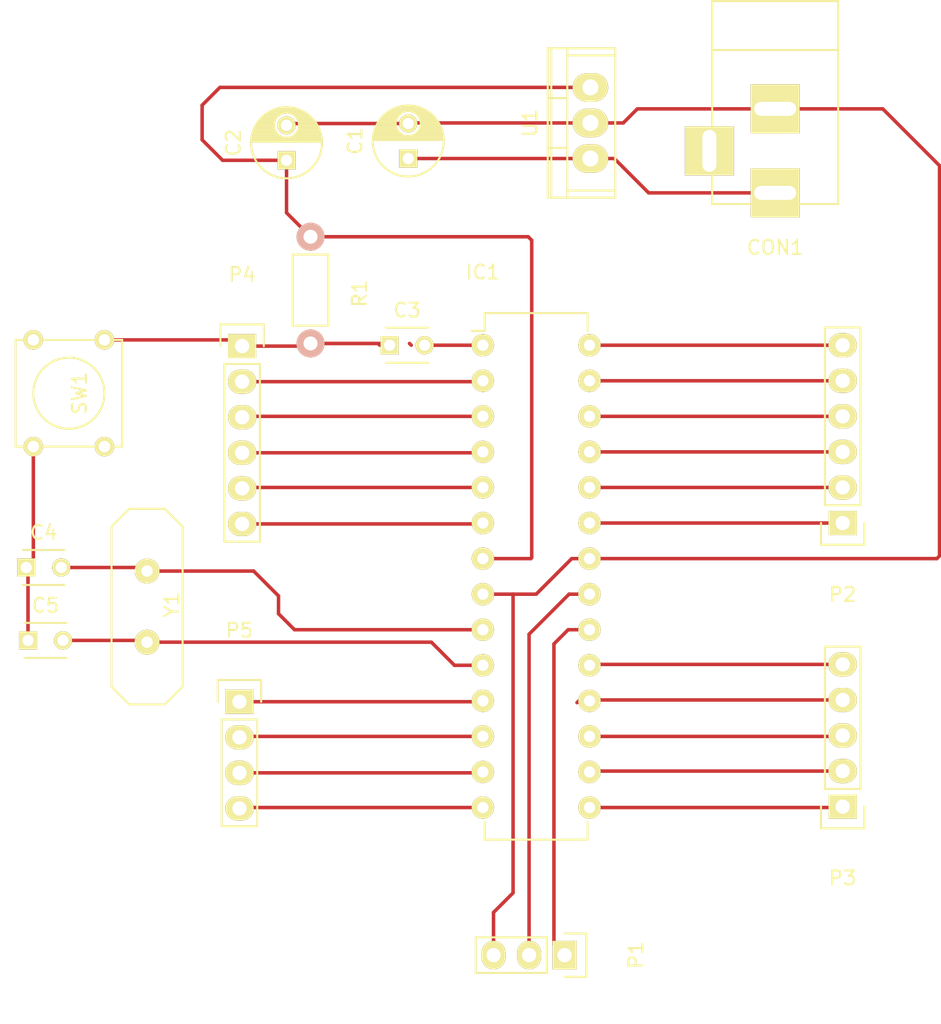
<source format=kicad_pcb>
(kicad_pcb (version 4) (host pcbnew 4.0.2-stable)

  (general
    (links 43)
    (no_connects 2)
    (area 146.311 87.537879 213.939002 161.064333)
    (thickness 1.6)
    (drawings 0)
    (tracks 117)
    (zones 0)
    (modules 16)
    (nets 31)
  )

  (page A4)
  (layers
    (0 F.Cu signal)
    (31 B.Cu signal)
    (32 B.Adhes user)
    (33 F.Adhes user)
    (34 B.Paste user)
    (35 F.Paste user)
    (36 B.SilkS user)
    (37 F.SilkS user)
    (38 B.Mask user)
    (39 F.Mask user)
    (40 Dwgs.User user)
    (41 Cmts.User user)
    (42 Eco1.User user)
    (43 Eco2.User user)
    (44 Edge.Cuts user)
    (45 Margin user)
    (46 B.CrtYd user)
    (47 F.CrtYd user)
    (48 B.Fab user)
    (49 F.Fab user)
  )

  (setup
    (last_trace_width 0.25)
    (trace_clearance 0.2)
    (zone_clearance 0.508)
    (zone_45_only no)
    (trace_min 0.2)
    (segment_width 0.2)
    (edge_width 0.15)
    (via_size 0.6)
    (via_drill 0.4)
    (via_min_size 0.4)
    (via_min_drill 0.3)
    (uvia_size 0.3)
    (uvia_drill 0.1)
    (uvias_allowed no)
    (uvia_min_size 0.2)
    (uvia_min_drill 0.1)
    (pcb_text_width 0.3)
    (pcb_text_size 1.5 1.5)
    (mod_edge_width 0.15)
    (mod_text_size 1 1)
    (mod_text_width 0.15)
    (pad_size 2.49936 1.50114)
    (pad_drill 1.00076)
    (pad_to_mask_clearance 0.2)
    (aux_axis_origin 0 0)
    (visible_elements 7FFFFFFF)
    (pcbplotparams
      (layerselection 0x00030_80000001)
      (usegerberextensions false)
      (excludeedgelayer true)
      (linewidth 0.100000)
      (plotframeref false)
      (viasonmask false)
      (mode 1)
      (useauxorigin false)
      (hpglpennumber 1)
      (hpglpenspeed 20)
      (hpglpendiameter 15)
      (hpglpenoverlay 2)
      (psnegative false)
      (psa4output false)
      (plotreference true)
      (plotvalue true)
      (plotinvisibletext false)
      (padsonsilk false)
      (subtractmaskfromsilk false)
      (outputformat 1)
      (mirror false)
      (drillshape 1)
      (scaleselection 1)
      (outputdirectory ""))
  )

  (net 0 "")
  (net 1 /DTR)
  (net 2 "Net-(C1-Pad2)")
  (net 3 /X1)
  (net 4 /X2)
  (net 5 "Net-(IC1-Pad2)")
  (net 6 "Net-(IC1-Pad3)")
  (net 7 "Net-(IC1-Pad4)")
  (net 8 "Net-(IC1-Pad5)")
  (net 9 "Net-(IC1-Pad6)")
  (net 10 "Net-(IC1-Pad20)")
  (net 11 "Net-(IC1-Pad11)")
  (net 12 "Net-(IC1-Pad12)")
  (net 13 "Net-(IC1-Pad13)")
  (net 14 "Net-(IC1-Pad14)")
  (net 15 "Net-(IC1-Pad15)")
  (net 16 "Net-(IC1-Pad16)")
  (net 17 "Net-(IC1-Pad17)")
  (net 18 "Net-(IC1-Pad18)")
  (net 19 "Net-(IC1-Pad19)")
  (net 20 "Net-(IC1-Pad23)")
  (net 21 "Net-(IC1-Pad24)")
  (net 22 "Net-(IC1-Pad25)")
  (net 23 "Net-(IC1-Pad26)")
  (net 24 "Net-(IC1-Pad27)")
  (net 25 "Net-(IC1-Pad28)")
  (net 26 /GND)
  (net 27 "Net-(IC1-Pad21)")
  (net 28 "Net-(C1-Pad1)")
  (net 29 "Net-(C3-Pad2)")
  (net 30 /VCC)

  (net_class Default "Esta é a classe de net default."
    (clearance 0.2)
    (trace_width 0.25)
    (via_dia 0.6)
    (via_drill 0.4)
    (uvia_dia 0.3)
    (uvia_drill 0.1)
    (add_net /DTR)
    (add_net /GND)
    (add_net /VCC)
    (add_net /X1)
    (add_net /X2)
    (add_net "Net-(C1-Pad1)")
    (add_net "Net-(C1-Pad2)")
    (add_net "Net-(C3-Pad2)")
    (add_net "Net-(IC1-Pad11)")
    (add_net "Net-(IC1-Pad12)")
    (add_net "Net-(IC1-Pad13)")
    (add_net "Net-(IC1-Pad14)")
    (add_net "Net-(IC1-Pad15)")
    (add_net "Net-(IC1-Pad16)")
    (add_net "Net-(IC1-Pad17)")
    (add_net "Net-(IC1-Pad18)")
    (add_net "Net-(IC1-Pad19)")
    (add_net "Net-(IC1-Pad2)")
    (add_net "Net-(IC1-Pad20)")
    (add_net "Net-(IC1-Pad21)")
    (add_net "Net-(IC1-Pad23)")
    (add_net "Net-(IC1-Pad24)")
    (add_net "Net-(IC1-Pad25)")
    (add_net "Net-(IC1-Pad26)")
    (add_net "Net-(IC1-Pad27)")
    (add_net "Net-(IC1-Pad28)")
    (add_net "Net-(IC1-Pad3)")
    (add_net "Net-(IC1-Pad4)")
    (add_net "Net-(IC1-Pad5)")
    (add_net "Net-(IC1-Pad6)")
  )

  (module Housings_DIP:DIP-28_W7.62mm (layer F.Cu) (tedit 54130A77) (tstamp 5712E29E)
    (at 180.975 112.395)
    (descr "28-lead dip package, row spacing 7.62 mm (300 mils)")
    (tags "dil dip 2.54 300")
    (path /5712C609)
    (fp_text reference IC1 (at 0 -5.22) (layer F.SilkS)
      (effects (font (size 1 1) (thickness 0.15)))
    )
    (fp_text value ATMEGA328P-P (at 0 -3.72) (layer F.Fab)
      (effects (font (size 1 1) (thickness 0.15)))
    )
    (fp_line (start -1.05 -2.45) (end -1.05 35.5) (layer F.CrtYd) (width 0.05))
    (fp_line (start 8.65 -2.45) (end 8.65 35.5) (layer F.CrtYd) (width 0.05))
    (fp_line (start -1.05 -2.45) (end 8.65 -2.45) (layer F.CrtYd) (width 0.05))
    (fp_line (start -1.05 35.5) (end 8.65 35.5) (layer F.CrtYd) (width 0.05))
    (fp_line (start 0.135 -2.295) (end 0.135 -1.025) (layer F.SilkS) (width 0.15))
    (fp_line (start 7.485 -2.295) (end 7.485 -1.025) (layer F.SilkS) (width 0.15))
    (fp_line (start 7.485 35.315) (end 7.485 34.045) (layer F.SilkS) (width 0.15))
    (fp_line (start 0.135 35.315) (end 0.135 34.045) (layer F.SilkS) (width 0.15))
    (fp_line (start 0.135 -2.295) (end 7.485 -2.295) (layer F.SilkS) (width 0.15))
    (fp_line (start 0.135 35.315) (end 7.485 35.315) (layer F.SilkS) (width 0.15))
    (fp_line (start 0.135 -1.025) (end -0.8 -1.025) (layer F.SilkS) (width 0.15))
    (pad 1 thru_hole oval (at 0 0) (size 1.6 1.6) (drill 0.8) (layers *.Cu *.Mask F.SilkS)
      (net 29 "Net-(C3-Pad2)"))
    (pad 2 thru_hole oval (at 0 2.54) (size 1.6 1.6) (drill 0.8) (layers *.Cu *.Mask F.SilkS)
      (net 5 "Net-(IC1-Pad2)"))
    (pad 3 thru_hole oval (at 0 5.08) (size 1.6 1.6) (drill 0.8) (layers *.Cu *.Mask F.SilkS)
      (net 6 "Net-(IC1-Pad3)"))
    (pad 4 thru_hole oval (at 0 7.62) (size 1.6 1.6) (drill 0.8) (layers *.Cu *.Mask F.SilkS)
      (net 7 "Net-(IC1-Pad4)"))
    (pad 5 thru_hole oval (at 0 10.16) (size 1.6 1.6) (drill 0.8) (layers *.Cu *.Mask F.SilkS)
      (net 8 "Net-(IC1-Pad5)"))
    (pad 6 thru_hole oval (at 0 12.7) (size 1.6 1.6) (drill 0.8) (layers *.Cu *.Mask F.SilkS)
      (net 9 "Net-(IC1-Pad6)"))
    (pad 7 thru_hole oval (at 0 15.24) (size 1.6 1.6) (drill 0.8) (layers *.Cu *.Mask F.SilkS)
      (net 30 /VCC))
    (pad 8 thru_hole oval (at 0 17.78) (size 1.6 1.6) (drill 0.8) (layers *.Cu *.Mask F.SilkS)
      (net 2 "Net-(C1-Pad2)"))
    (pad 9 thru_hole oval (at 0 20.32) (size 1.6 1.6) (drill 0.8) (layers *.Cu *.Mask F.SilkS)
      (net 3 /X1))
    (pad 10 thru_hole oval (at 0 22.86) (size 1.6 1.6) (drill 0.8) (layers *.Cu *.Mask F.SilkS)
      (net 4 /X2))
    (pad 11 thru_hole oval (at 0 25.4) (size 1.6 1.6) (drill 0.8) (layers *.Cu *.Mask F.SilkS)
      (net 11 "Net-(IC1-Pad11)"))
    (pad 12 thru_hole oval (at 0 27.94) (size 1.6 1.6) (drill 0.8) (layers *.Cu *.Mask F.SilkS)
      (net 12 "Net-(IC1-Pad12)"))
    (pad 13 thru_hole oval (at 0 30.48) (size 1.6 1.6) (drill 0.8) (layers *.Cu *.Mask F.SilkS)
      (net 13 "Net-(IC1-Pad13)"))
    (pad 14 thru_hole oval (at 0 33.02) (size 1.6 1.6) (drill 0.8) (layers *.Cu *.Mask F.SilkS)
      (net 14 "Net-(IC1-Pad14)"))
    (pad 15 thru_hole oval (at 7.62 33.02) (size 1.6 1.6) (drill 0.8) (layers *.Cu *.Mask F.SilkS)
      (net 15 "Net-(IC1-Pad15)"))
    (pad 16 thru_hole oval (at 7.62 30.48) (size 1.6 1.6) (drill 0.8) (layers *.Cu *.Mask F.SilkS)
      (net 16 "Net-(IC1-Pad16)"))
    (pad 17 thru_hole oval (at 7.62 27.94) (size 1.6 1.6) (drill 0.8) (layers *.Cu *.Mask F.SilkS)
      (net 17 "Net-(IC1-Pad17)"))
    (pad 18 thru_hole oval (at 7.62 25.4) (size 1.6 1.6) (drill 0.8) (layers *.Cu *.Mask F.SilkS)
      (net 18 "Net-(IC1-Pad18)"))
    (pad 19 thru_hole oval (at 7.62 22.86) (size 1.6 1.6) (drill 0.8) (layers *.Cu *.Mask F.SilkS)
      (net 19 "Net-(IC1-Pad19)"))
    (pad 20 thru_hole oval (at 7.62 20.32) (size 1.6 1.6) (drill 0.8) (layers *.Cu *.Mask F.SilkS)
      (net 10 "Net-(IC1-Pad20)"))
    (pad 21 thru_hole oval (at 7.62 17.78) (size 1.6 1.6) (drill 0.8) (layers *.Cu *.Mask F.SilkS)
      (net 27 "Net-(IC1-Pad21)"))
    (pad 22 thru_hole oval (at 7.62 15.24) (size 1.6 1.6) (drill 0.8) (layers *.Cu *.Mask F.SilkS)
      (net 2 "Net-(C1-Pad2)"))
    (pad 23 thru_hole oval (at 7.62 12.7) (size 1.6 1.6) (drill 0.8) (layers *.Cu *.Mask F.SilkS)
      (net 20 "Net-(IC1-Pad23)"))
    (pad 24 thru_hole oval (at 7.62 10.16) (size 1.6 1.6) (drill 0.8) (layers *.Cu *.Mask F.SilkS)
      (net 21 "Net-(IC1-Pad24)"))
    (pad 25 thru_hole oval (at 7.62 7.62) (size 1.6 1.6) (drill 0.8) (layers *.Cu *.Mask F.SilkS)
      (net 22 "Net-(IC1-Pad25)"))
    (pad 26 thru_hole oval (at 7.62 5.08) (size 1.6 1.6) (drill 0.8) (layers *.Cu *.Mask F.SilkS)
      (net 23 "Net-(IC1-Pad26)"))
    (pad 27 thru_hole oval (at 7.62 2.54) (size 1.6 1.6) (drill 0.8) (layers *.Cu *.Mask F.SilkS)
      (net 24 "Net-(IC1-Pad27)"))
    (pad 28 thru_hole oval (at 7.62 0) (size 1.6 1.6) (drill 0.8) (layers *.Cu *.Mask F.SilkS)
      (net 25 "Net-(IC1-Pad28)"))
    (model Housings_DIP.3dshapes/DIP-28_W7.62mm.wrl
      (at (xyz 0 0 0))
      (scale (xyz 1 1 1))
      (rotate (xyz 0 0 0))
    )
  )

  (module Capacitors_ThroughHole:C_Disc_D3_P2.5 (layer F.Cu) (tedit 0) (tstamp 5712E26B)
    (at 174.3075 112.395)
    (descr "Capacitor 3mm Disc, Pitch 2.5mm")
    (tags Capacitor)
    (path /57131E1E)
    (fp_text reference C3 (at 1.25 -2.5) (layer F.SilkS)
      (effects (font (size 1 1) (thickness 0.15)))
    )
    (fp_text value C_Small (at 1.25 2.5) (layer F.Fab)
      (effects (font (size 1 1) (thickness 0.15)))
    )
    (fp_line (start -0.9 -1.5) (end 3.4 -1.5) (layer F.CrtYd) (width 0.05))
    (fp_line (start 3.4 -1.5) (end 3.4 1.5) (layer F.CrtYd) (width 0.05))
    (fp_line (start 3.4 1.5) (end -0.9 1.5) (layer F.CrtYd) (width 0.05))
    (fp_line (start -0.9 1.5) (end -0.9 -1.5) (layer F.CrtYd) (width 0.05))
    (fp_line (start -0.25 -1.25) (end 2.75 -1.25) (layer F.SilkS) (width 0.15))
    (fp_line (start 2.75 1.25) (end -0.25 1.25) (layer F.SilkS) (width 0.15))
    (pad 1 thru_hole rect (at 0 0) (size 1.3 1.3) (drill 0.8) (layers *.Cu *.Mask F.SilkS)
      (net 1 /DTR))
    (pad 2 thru_hole circle (at 2.5 0) (size 1.3 1.3) (drill 0.8001) (layers *.Cu *.Mask F.SilkS)
      (net 29 "Net-(C3-Pad2)"))
    (model Capacitors_ThroughHole.3dshapes/C_Disc_D3_P2.5.wrl
      (at (xyz 0.0492126 0 0))
      (scale (xyz 1 1 1))
      (rotate (xyz 0 0 0))
    )
  )

  (module Connect:BARREL_JACK (layer F.Cu) (tedit 0) (tstamp 5712E27E)
    (at 201.8665 95.3135 270)
    (descr "DC Barrel Jack")
    (tags "Power Jack")
    (path /5712DEDA)
    (fp_text reference CON1 (at 10.09904 0 360) (layer F.SilkS)
      (effects (font (size 1 1) (thickness 0.15)))
    )
    (fp_text value BARREL_JACK (at 0 -5.99948 270) (layer F.Fab)
      (effects (font (size 1 1) (thickness 0.15)))
    )
    (fp_line (start -4.0005 -4.50088) (end -4.0005 4.50088) (layer F.SilkS) (width 0.15))
    (fp_line (start -7.50062 -4.50088) (end -7.50062 4.50088) (layer F.SilkS) (width 0.15))
    (fp_line (start -7.50062 4.50088) (end 7.00024 4.50088) (layer F.SilkS) (width 0.15))
    (fp_line (start 7.00024 4.50088) (end 7.00024 -4.50088) (layer F.SilkS) (width 0.15))
    (fp_line (start 7.00024 -4.50088) (end -7.50062 -4.50088) (layer F.SilkS) (width 0.15))
    (pad 1 thru_hole rect (at 6.20014 0 270) (size 3.50012 3.50012) (drill oval 1.00076 2.99974) (layers *.Cu *.Mask F.SilkS)
      (net 28 "Net-(C1-Pad1)"))
    (pad 2 thru_hole rect (at 0.20066 0 270) (size 3.50012 3.50012) (drill oval 1.00076 2.99974) (layers *.Cu *.Mask F.SilkS)
      (net 2 "Net-(C1-Pad2)"))
    (pad 3 thru_hole rect (at 3.2004 4.699 270) (size 3.50012 3.50012) (drill oval 2.99974 1.00076) (layers *.Cu *.Mask F.SilkS))
  )

  (module Resistors_ThroughHole:Resistor_Horizontal_RM7mm (layer F.Cu) (tedit 569FCF07) (tstamp 5712E2A4)
    (at 168.656 104.648 270)
    (descr "Resistor, Axial,  RM 7.62mm, 1/3W,")
    (tags "Resistor Axial RM 7.62mm 1/3W R3")
    (path /5712F015)
    (fp_text reference R1 (at 4.05892 -3.50012 270) (layer F.SilkS)
      (effects (font (size 1 1) (thickness 0.15)))
    )
    (fp_text value R (at 3.81 3.81 270) (layer F.Fab)
      (effects (font (size 1 1) (thickness 0.15)))
    )
    (fp_line (start -1.25 -1.5) (end 8.85 -1.5) (layer F.CrtYd) (width 0.05))
    (fp_line (start -1.25 1.5) (end -1.25 -1.5) (layer F.CrtYd) (width 0.05))
    (fp_line (start 8.85 -1.5) (end 8.85 1.5) (layer F.CrtYd) (width 0.05))
    (fp_line (start -1.25 1.5) (end 8.85 1.5) (layer F.CrtYd) (width 0.05))
    (fp_line (start 1.27 -1.27) (end 6.35 -1.27) (layer F.SilkS) (width 0.15))
    (fp_line (start 6.35 -1.27) (end 6.35 1.27) (layer F.SilkS) (width 0.15))
    (fp_line (start 6.35 1.27) (end 1.27 1.27) (layer F.SilkS) (width 0.15))
    (fp_line (start 1.27 1.27) (end 1.27 -1.27) (layer F.SilkS) (width 0.15))
    (pad 1 thru_hole circle (at 0 0 270) (size 1.99898 1.99898) (drill 1.00076) (layers *.Cu *.SilkS *.Mask)
      (net 30 /VCC))
    (pad 2 thru_hole circle (at 7.62 0 270) (size 1.99898 1.99898) (drill 1.00076) (layers *.Cu *.SilkS *.Mask)
      (net 1 /DTR))
  )

  (module Buttons_Switches_ThroughHole:SW_PUSH_SMALL (layer F.Cu) (tedit 5712EA28) (tstamp 5712E2AC)
    (at 151.384 115.824 270)
    (path /57130147)
    (fp_text reference SW1 (at 0 -0.762 270) (layer F.SilkS)
      (effects (font (size 1 1) (thickness 0.15)))
    )
    (fp_text value SW_PUSH (at 0 1.016 360) (layer F.Fab)
      (effects (font (size 1 1) (thickness 0.15)))
    )
    (fp_circle (center 0 0) (end 0 -2.54) (layer F.SilkS) (width 0.15))
    (fp_line (start -3.81 -3.81) (end 3.81 -3.81) (layer F.SilkS) (width 0.15))
    (fp_line (start 3.81 -3.81) (end 3.81 3.81) (layer F.SilkS) (width 0.15))
    (fp_line (start 3.81 3.81) (end -3.81 3.81) (layer F.SilkS) (width 0.15))
    (fp_line (start -3.81 -3.81) (end -3.81 3.81) (layer F.SilkS) (width 0.15))
    (pad 1 thru_hole circle (at 3.81 -2.54 270) (size 1.397 1.397) (drill 0.8128) (layers *.Cu *.Mask F.SilkS)
      (net 1 /DTR))
    (pad 2 thru_hole circle (at 3.81 2.54 270) (size 1.397 1.397) (drill 0.8128) (layers *.Cu *.Mask F.SilkS)
      (net 26 /GND))
    (pad 1 thru_hole circle (at -3.81 -2.54 270) (size 1.397 1.397) (drill 0.8128) (layers *.Cu *.Mask F.SilkS)
      (net 1 /DTR))
    (pad 2 thru_hole circle (at -3.81 2.54 270) (size 1.397 1.397) (drill 0.8128) (layers *.Cu *.Mask F.SilkS)
      (net 26 /GND))
  )

  (module Crystals:HC-18UV (layer F.Cu) (tedit 0) (tstamp 5713BCB6)
    (at 156.972 131.064 270)
    (descr "Quartz boitier HC-18U vertical")
    (tags "QUARTZ DEV")
    (path /57131537)
    (fp_text reference Y1 (at -0.127 -1.778 270) (layer F.SilkS)
      (effects (font (size 1 1) (thickness 0.15)))
    )
    (fp_text value Crystal_Small (at 0 1.651 270) (layer F.Fab)
      (effects (font (size 1 1) (thickness 0.15)))
    )
    (fp_line (start -6.985 -1.27) (end -5.715 -2.54) (layer F.SilkS) (width 0.15))
    (fp_line (start 5.715 -2.54) (end 6.985 -1.27) (layer F.SilkS) (width 0.15))
    (fp_line (start 6.985 1.27) (end 5.715 2.54) (layer F.SilkS) (width 0.15))
    (fp_line (start -6.985 1.27) (end -5.715 2.54) (layer F.SilkS) (width 0.15))
    (fp_line (start -5.715 -2.54) (end 5.715 -2.54) (layer F.SilkS) (width 0.15))
    (fp_line (start -6.985 -1.27) (end -6.985 1.27) (layer F.SilkS) (width 0.15))
    (fp_line (start -5.715 2.54) (end 5.715 2.54) (layer F.SilkS) (width 0.15))
    (fp_line (start 6.985 1.27) (end 6.985 -1.27) (layer F.SilkS) (width 0.15))
    (pad 1 thru_hole circle (at -2.54 0 270) (size 1.778 1.778) (drill 0.8128) (layers *.Cu *.Mask F.SilkS)
      (net 3 /X1))
    (pad 2 thru_hole circle (at 2.54 0 270) (size 1.778 1.778) (drill 0.8128) (layers *.Cu *.Mask F.SilkS)
      (net 4 /X2))
    (model Crystals.3dshapes/HC-18UV.wrl
      (at (xyz 0 0 0))
      (scale (xyz 1 1 1))
      (rotate (xyz 0 0 0))
    )
    (model Crystals.3dshapes/HC-18UV.wrl
      (at (xyz 0 0 0))
      (scale (xyz 1 1 1))
      (rotate (xyz 0 0 0))
    )
  )

  (module Pin_Headers:Pin_Header_Straight_1x04 (layer F.Cu) (tedit 0) (tstamp 5713CFE6)
    (at 163.576 137.8585)
    (descr "Through hole pin header")
    (tags "pin header")
    (path /57144B27)
    (fp_text reference P5 (at 0 -5.1) (layer F.SilkS)
      (effects (font (size 1 1) (thickness 0.15)))
    )
    (fp_text value CONN_01X04 (at 0 -3.1) (layer F.Fab)
      (effects (font (size 1 1) (thickness 0.15)))
    )
    (fp_line (start -1.75 -1.75) (end -1.75 9.4) (layer F.CrtYd) (width 0.05))
    (fp_line (start 1.75 -1.75) (end 1.75 9.4) (layer F.CrtYd) (width 0.05))
    (fp_line (start -1.75 -1.75) (end 1.75 -1.75) (layer F.CrtYd) (width 0.05))
    (fp_line (start -1.75 9.4) (end 1.75 9.4) (layer F.CrtYd) (width 0.05))
    (fp_line (start -1.27 1.27) (end -1.27 8.89) (layer F.SilkS) (width 0.15))
    (fp_line (start 1.27 1.27) (end 1.27 8.89) (layer F.SilkS) (width 0.15))
    (fp_line (start 1.55 -1.55) (end 1.55 0) (layer F.SilkS) (width 0.15))
    (fp_line (start -1.27 8.89) (end 1.27 8.89) (layer F.SilkS) (width 0.15))
    (fp_line (start 1.27 1.27) (end -1.27 1.27) (layer F.SilkS) (width 0.15))
    (fp_line (start -1.55 0) (end -1.55 -1.55) (layer F.SilkS) (width 0.15))
    (fp_line (start -1.55 -1.55) (end 1.55 -1.55) (layer F.SilkS) (width 0.15))
    (pad 1 thru_hole rect (at 0 0) (size 2.032 1.7272) (drill 1.016) (layers *.Cu *.Mask F.SilkS)
      (net 11 "Net-(IC1-Pad11)"))
    (pad 2 thru_hole oval (at 0 2.54) (size 2.032 1.7272) (drill 1.016) (layers *.Cu *.Mask F.SilkS)
      (net 12 "Net-(IC1-Pad12)"))
    (pad 3 thru_hole oval (at 0 5.08) (size 2.032 1.7272) (drill 1.016) (layers *.Cu *.Mask F.SilkS)
      (net 13 "Net-(IC1-Pad13)"))
    (pad 4 thru_hole oval (at 0 7.62) (size 2.032 1.7272) (drill 1.016) (layers *.Cu *.Mask F.SilkS)
      (net 14 "Net-(IC1-Pad14)"))
    (model Pin_Headers.3dshapes/Pin_Header_Straight_1x04.wrl
      (at (xyz 0 -0.15 0))
      (scale (xyz 1 1 1))
      (rotate (xyz 0 0 90))
    )
  )

  (module Pin_Headers:Pin_Header_Straight_1x03 (layer F.Cu) (tedit 0) (tstamp 5713D02E)
    (at 186.817 155.956 270)
    (descr "Through hole pin header")
    (tags "pin header")
    (path /5714899D)
    (fp_text reference P1 (at 0 -5.1 270) (layer F.SilkS)
      (effects (font (size 1 1) (thickness 0.15)))
    )
    (fp_text value CONN_01X03 (at 0 -3.1 270) (layer F.Fab)
      (effects (font (size 1 1) (thickness 0.15)))
    )
    (fp_line (start -1.75 -1.75) (end -1.75 6.85) (layer F.CrtYd) (width 0.05))
    (fp_line (start 1.75 -1.75) (end 1.75 6.85) (layer F.CrtYd) (width 0.05))
    (fp_line (start -1.75 -1.75) (end 1.75 -1.75) (layer F.CrtYd) (width 0.05))
    (fp_line (start -1.75 6.85) (end 1.75 6.85) (layer F.CrtYd) (width 0.05))
    (fp_line (start -1.27 1.27) (end -1.27 6.35) (layer F.SilkS) (width 0.15))
    (fp_line (start -1.27 6.35) (end 1.27 6.35) (layer F.SilkS) (width 0.15))
    (fp_line (start 1.27 6.35) (end 1.27 1.27) (layer F.SilkS) (width 0.15))
    (fp_line (start 1.55 -1.55) (end 1.55 0) (layer F.SilkS) (width 0.15))
    (fp_line (start 1.27 1.27) (end -1.27 1.27) (layer F.SilkS) (width 0.15))
    (fp_line (start -1.55 0) (end -1.55 -1.55) (layer F.SilkS) (width 0.15))
    (fp_line (start -1.55 -1.55) (end 1.55 -1.55) (layer F.SilkS) (width 0.15))
    (pad 1 thru_hole rect (at 0 0 270) (size 2.032 1.7272) (drill 1.016) (layers *.Cu *.Mask F.SilkS)
      (net 10 "Net-(IC1-Pad20)"))
    (pad 2 thru_hole oval (at 0 2.54 270) (size 2.032 1.7272) (drill 1.016) (layers *.Cu *.Mask F.SilkS)
      (net 27 "Net-(IC1-Pad21)"))
    (pad 3 thru_hole oval (at 0 5.08 270) (size 2.032 1.7272) (drill 1.016) (layers *.Cu *.Mask F.SilkS)
      (net 2 "Net-(C1-Pad2)"))
    (model Pin_Headers.3dshapes/Pin_Header_Straight_1x03.wrl
      (at (xyz 0 -0.1 0))
      (scale (xyz 1 1 1))
      (rotate (xyz 0 0 90))
    )
  )

  (module Pin_Headers:Pin_Header_Straight_1x06 (layer F.Cu) (tedit 0) (tstamp 5713D034)
    (at 206.6925 125.095 180)
    (descr "Through hole pin header")
    (tags "pin header")
    (path /5713B992)
    (fp_text reference P2 (at 0 -5.1 180) (layer F.SilkS)
      (effects (font (size 1 1) (thickness 0.15)))
    )
    (fp_text value CONN_01X06 (at 0 -3.1 180) (layer F.Fab)
      (effects (font (size 1 1) (thickness 0.15)))
    )
    (fp_line (start -1.75 -1.75) (end -1.75 14.45) (layer F.CrtYd) (width 0.05))
    (fp_line (start 1.75 -1.75) (end 1.75 14.45) (layer F.CrtYd) (width 0.05))
    (fp_line (start -1.75 -1.75) (end 1.75 -1.75) (layer F.CrtYd) (width 0.05))
    (fp_line (start -1.75 14.45) (end 1.75 14.45) (layer F.CrtYd) (width 0.05))
    (fp_line (start 1.27 1.27) (end 1.27 13.97) (layer F.SilkS) (width 0.15))
    (fp_line (start 1.27 13.97) (end -1.27 13.97) (layer F.SilkS) (width 0.15))
    (fp_line (start -1.27 13.97) (end -1.27 1.27) (layer F.SilkS) (width 0.15))
    (fp_line (start 1.55 -1.55) (end 1.55 0) (layer F.SilkS) (width 0.15))
    (fp_line (start 1.27 1.27) (end -1.27 1.27) (layer F.SilkS) (width 0.15))
    (fp_line (start -1.55 0) (end -1.55 -1.55) (layer F.SilkS) (width 0.15))
    (fp_line (start -1.55 -1.55) (end 1.55 -1.55) (layer F.SilkS) (width 0.15))
    (pad 1 thru_hole rect (at 0 0 180) (size 2.032 1.7272) (drill 1.016) (layers *.Cu *.Mask F.SilkS)
      (net 20 "Net-(IC1-Pad23)"))
    (pad 2 thru_hole oval (at 0 2.54 180) (size 2.032 1.7272) (drill 1.016) (layers *.Cu *.Mask F.SilkS)
      (net 21 "Net-(IC1-Pad24)"))
    (pad 3 thru_hole oval (at 0 5.08 180) (size 2.032 1.7272) (drill 1.016) (layers *.Cu *.Mask F.SilkS)
      (net 22 "Net-(IC1-Pad25)"))
    (pad 4 thru_hole oval (at 0 7.62 180) (size 2.032 1.7272) (drill 1.016) (layers *.Cu *.Mask F.SilkS)
      (net 23 "Net-(IC1-Pad26)"))
    (pad 5 thru_hole oval (at 0 10.16 180) (size 2.032 1.7272) (drill 1.016) (layers *.Cu *.Mask F.SilkS)
      (net 24 "Net-(IC1-Pad27)"))
    (pad 6 thru_hole oval (at 0 12.7 180) (size 2.032 1.7272) (drill 1.016) (layers *.Cu *.Mask F.SilkS)
      (net 25 "Net-(IC1-Pad28)"))
    (model Pin_Headers.3dshapes/Pin_Header_Straight_1x06.wrl
      (at (xyz 0 -0.25 0))
      (scale (xyz 1 1 1))
      (rotate (xyz 0 0 90))
    )
  )

  (module Pin_Headers:Pin_Header_Straight_1x05 (layer F.Cu) (tedit 54EA0684) (tstamp 5713D03D)
    (at 206.6925 145.3515 180)
    (descr "Through hole pin header")
    (tags "pin header")
    (path /57145AC0)
    (fp_text reference P3 (at 0 -5.1 180) (layer F.SilkS)
      (effects (font (size 1 1) (thickness 0.15)))
    )
    (fp_text value CONN_01X05 (at 0 -3.1 180) (layer F.Fab)
      (effects (font (size 1 1) (thickness 0.15)))
    )
    (fp_line (start -1.55 0) (end -1.55 -1.55) (layer F.SilkS) (width 0.15))
    (fp_line (start -1.55 -1.55) (end 1.55 -1.55) (layer F.SilkS) (width 0.15))
    (fp_line (start 1.55 -1.55) (end 1.55 0) (layer F.SilkS) (width 0.15))
    (fp_line (start -1.75 -1.75) (end -1.75 11.95) (layer F.CrtYd) (width 0.05))
    (fp_line (start 1.75 -1.75) (end 1.75 11.95) (layer F.CrtYd) (width 0.05))
    (fp_line (start -1.75 -1.75) (end 1.75 -1.75) (layer F.CrtYd) (width 0.05))
    (fp_line (start -1.75 11.95) (end 1.75 11.95) (layer F.CrtYd) (width 0.05))
    (fp_line (start 1.27 1.27) (end 1.27 11.43) (layer F.SilkS) (width 0.15))
    (fp_line (start 1.27 11.43) (end -1.27 11.43) (layer F.SilkS) (width 0.15))
    (fp_line (start -1.27 11.43) (end -1.27 1.27) (layer F.SilkS) (width 0.15))
    (fp_line (start 1.27 1.27) (end -1.27 1.27) (layer F.SilkS) (width 0.15))
    (pad 1 thru_hole rect (at 0 0 180) (size 2.032 1.7272) (drill 1.016) (layers *.Cu *.Mask F.SilkS)
      (net 15 "Net-(IC1-Pad15)"))
    (pad 2 thru_hole oval (at 0 2.54 180) (size 2.032 1.7272) (drill 1.016) (layers *.Cu *.Mask F.SilkS)
      (net 16 "Net-(IC1-Pad16)"))
    (pad 3 thru_hole oval (at 0 5.08 180) (size 2.032 1.7272) (drill 1.016) (layers *.Cu *.Mask F.SilkS)
      (net 17 "Net-(IC1-Pad17)"))
    (pad 4 thru_hole oval (at 0 7.62 180) (size 2.032 1.7272) (drill 1.016) (layers *.Cu *.Mask F.SilkS)
      (net 18 "Net-(IC1-Pad18)"))
    (pad 5 thru_hole oval (at 0 10.16 180) (size 2.032 1.7272) (drill 1.016) (layers *.Cu *.Mask F.SilkS)
      (net 19 "Net-(IC1-Pad19)"))
    (model Pin_Headers.3dshapes/Pin_Header_Straight_1x05.wrl
      (at (xyz 0 -0.2 0))
      (scale (xyz 1 1 1))
      (rotate (xyz 0 0 90))
    )
  )

  (module Pin_Headers:Pin_Header_Straight_1x06 (layer F.Cu) (tedit 0) (tstamp 5713D045)
    (at 163.7665 112.4585)
    (descr "Through hole pin header")
    (tags "pin header")
    (path /57141376)
    (fp_text reference P4 (at 0 -5.1) (layer F.SilkS)
      (effects (font (size 1 1) (thickness 0.15)))
    )
    (fp_text value CONN_01X06 (at 0 -3.1) (layer F.Fab)
      (effects (font (size 1 1) (thickness 0.15)))
    )
    (fp_line (start -1.75 -1.75) (end -1.75 14.45) (layer F.CrtYd) (width 0.05))
    (fp_line (start 1.75 -1.75) (end 1.75 14.45) (layer F.CrtYd) (width 0.05))
    (fp_line (start -1.75 -1.75) (end 1.75 -1.75) (layer F.CrtYd) (width 0.05))
    (fp_line (start -1.75 14.45) (end 1.75 14.45) (layer F.CrtYd) (width 0.05))
    (fp_line (start 1.27 1.27) (end 1.27 13.97) (layer F.SilkS) (width 0.15))
    (fp_line (start 1.27 13.97) (end -1.27 13.97) (layer F.SilkS) (width 0.15))
    (fp_line (start -1.27 13.97) (end -1.27 1.27) (layer F.SilkS) (width 0.15))
    (fp_line (start 1.55 -1.55) (end 1.55 0) (layer F.SilkS) (width 0.15))
    (fp_line (start 1.27 1.27) (end -1.27 1.27) (layer F.SilkS) (width 0.15))
    (fp_line (start -1.55 0) (end -1.55 -1.55) (layer F.SilkS) (width 0.15))
    (fp_line (start -1.55 -1.55) (end 1.55 -1.55) (layer F.SilkS) (width 0.15))
    (pad 1 thru_hole rect (at 0 0) (size 2.032 1.7272) (drill 1.016) (layers *.Cu *.Mask F.SilkS)
      (net 1 /DTR))
    (pad 2 thru_hole oval (at 0 2.54) (size 2.032 1.7272) (drill 1.016) (layers *.Cu *.Mask F.SilkS)
      (net 5 "Net-(IC1-Pad2)"))
    (pad 3 thru_hole oval (at 0 5.08) (size 2.032 1.7272) (drill 1.016) (layers *.Cu *.Mask F.SilkS)
      (net 6 "Net-(IC1-Pad3)"))
    (pad 4 thru_hole oval (at 0 7.62) (size 2.032 1.7272) (drill 1.016) (layers *.Cu *.Mask F.SilkS)
      (net 7 "Net-(IC1-Pad4)"))
    (pad 5 thru_hole oval (at 0 10.16) (size 2.032 1.7272) (drill 1.016) (layers *.Cu *.Mask F.SilkS)
      (net 8 "Net-(IC1-Pad5)"))
    (pad 6 thru_hole oval (at 0 12.7) (size 2.032 1.7272) (drill 1.016) (layers *.Cu *.Mask F.SilkS)
      (net 9 "Net-(IC1-Pad6)"))
    (model Pin_Headers.3dshapes/Pin_Header_Straight_1x06.wrl
      (at (xyz 0 -0.25 0))
      (scale (xyz 1 1 1))
      (rotate (xyz 0 0 90))
    )
  )

  (module Capacitors_ThroughHole:C_Radial_D5_L6_P2.5 (layer F.Cu) (tedit 0) (tstamp 5713D1FE)
    (at 175.641 99.06 90)
    (descr "Radial Electrolytic Capacitor Diameter 5mm x Length 6mm, Pitch 2.5mm")
    (tags "Electrolytic Capacitor")
    (path /5714913A)
    (fp_text reference C1 (at 1.25 -3.8 90) (layer F.SilkS)
      (effects (font (size 1 1) (thickness 0.15)))
    )
    (fp_text value CP1_Small (at 1.25 3.8 90) (layer F.Fab)
      (effects (font (size 1 1) (thickness 0.15)))
    )
    (fp_line (start 1.325 -2.499) (end 1.325 2.499) (layer F.SilkS) (width 0.15))
    (fp_line (start 1.465 -2.491) (end 1.465 2.491) (layer F.SilkS) (width 0.15))
    (fp_line (start 1.605 -2.475) (end 1.605 -0.095) (layer F.SilkS) (width 0.15))
    (fp_line (start 1.605 0.095) (end 1.605 2.475) (layer F.SilkS) (width 0.15))
    (fp_line (start 1.745 -2.451) (end 1.745 -0.49) (layer F.SilkS) (width 0.15))
    (fp_line (start 1.745 0.49) (end 1.745 2.451) (layer F.SilkS) (width 0.15))
    (fp_line (start 1.885 -2.418) (end 1.885 -0.657) (layer F.SilkS) (width 0.15))
    (fp_line (start 1.885 0.657) (end 1.885 2.418) (layer F.SilkS) (width 0.15))
    (fp_line (start 2.025 -2.377) (end 2.025 -0.764) (layer F.SilkS) (width 0.15))
    (fp_line (start 2.025 0.764) (end 2.025 2.377) (layer F.SilkS) (width 0.15))
    (fp_line (start 2.165 -2.327) (end 2.165 -0.835) (layer F.SilkS) (width 0.15))
    (fp_line (start 2.165 0.835) (end 2.165 2.327) (layer F.SilkS) (width 0.15))
    (fp_line (start 2.305 -2.266) (end 2.305 -0.879) (layer F.SilkS) (width 0.15))
    (fp_line (start 2.305 0.879) (end 2.305 2.266) (layer F.SilkS) (width 0.15))
    (fp_line (start 2.445 -2.196) (end 2.445 -0.898) (layer F.SilkS) (width 0.15))
    (fp_line (start 2.445 0.898) (end 2.445 2.196) (layer F.SilkS) (width 0.15))
    (fp_line (start 2.585 -2.114) (end 2.585 -0.896) (layer F.SilkS) (width 0.15))
    (fp_line (start 2.585 0.896) (end 2.585 2.114) (layer F.SilkS) (width 0.15))
    (fp_line (start 2.725 -2.019) (end 2.725 -0.871) (layer F.SilkS) (width 0.15))
    (fp_line (start 2.725 0.871) (end 2.725 2.019) (layer F.SilkS) (width 0.15))
    (fp_line (start 2.865 -1.908) (end 2.865 -0.823) (layer F.SilkS) (width 0.15))
    (fp_line (start 2.865 0.823) (end 2.865 1.908) (layer F.SilkS) (width 0.15))
    (fp_line (start 3.005 -1.78) (end 3.005 -0.745) (layer F.SilkS) (width 0.15))
    (fp_line (start 3.005 0.745) (end 3.005 1.78) (layer F.SilkS) (width 0.15))
    (fp_line (start 3.145 -1.631) (end 3.145 -0.628) (layer F.SilkS) (width 0.15))
    (fp_line (start 3.145 0.628) (end 3.145 1.631) (layer F.SilkS) (width 0.15))
    (fp_line (start 3.285 -1.452) (end 3.285 -0.44) (layer F.SilkS) (width 0.15))
    (fp_line (start 3.285 0.44) (end 3.285 1.452) (layer F.SilkS) (width 0.15))
    (fp_line (start 3.425 -1.233) (end 3.425 1.233) (layer F.SilkS) (width 0.15))
    (fp_line (start 3.565 -0.944) (end 3.565 0.944) (layer F.SilkS) (width 0.15))
    (fp_line (start 3.705 -0.472) (end 3.705 0.472) (layer F.SilkS) (width 0.15))
    (fp_circle (center 2.5 0) (end 2.5 -0.9) (layer F.SilkS) (width 0.15))
    (fp_circle (center 1.25 0) (end 1.25 -2.5375) (layer F.SilkS) (width 0.15))
    (fp_circle (center 1.25 0) (end 1.25 -2.8) (layer F.CrtYd) (width 0.05))
    (pad 1 thru_hole rect (at 0 0 90) (size 1.3 1.3) (drill 0.8) (layers *.Cu *.Mask F.SilkS)
      (net 28 "Net-(C1-Pad1)"))
    (pad 2 thru_hole circle (at 2.5 0 90) (size 1.3 1.3) (drill 0.8) (layers *.Cu *.Mask F.SilkS)
      (net 2 "Net-(C1-Pad2)"))
    (model Capacitors_ThroughHole.3dshapes/C_Radial_D5_L6_P2.5.wrl
      (at (xyz 0.0492126 0 0))
      (scale (xyz 1 1 1))
      (rotate (xyz 0 0 90))
    )
  )

  (module Capacitors_ThroughHole:C_Radial_D5_L6_P2.5 (layer F.Cu) (tedit 0) (tstamp 5713D203)
    (at 166.9415 99.187 90)
    (descr "Radial Electrolytic Capacitor Diameter 5mm x Length 6mm, Pitch 2.5mm")
    (tags "Electrolytic Capacitor")
    (path /57149461)
    (fp_text reference C2 (at 1.25 -3.8 90) (layer F.SilkS)
      (effects (font (size 1 1) (thickness 0.15)))
    )
    (fp_text value CP1_Small (at 1.25 3.8 90) (layer F.Fab)
      (effects (font (size 1 1) (thickness 0.15)))
    )
    (fp_line (start 1.325 -2.499) (end 1.325 2.499) (layer F.SilkS) (width 0.15))
    (fp_line (start 1.465 -2.491) (end 1.465 2.491) (layer F.SilkS) (width 0.15))
    (fp_line (start 1.605 -2.475) (end 1.605 -0.095) (layer F.SilkS) (width 0.15))
    (fp_line (start 1.605 0.095) (end 1.605 2.475) (layer F.SilkS) (width 0.15))
    (fp_line (start 1.745 -2.451) (end 1.745 -0.49) (layer F.SilkS) (width 0.15))
    (fp_line (start 1.745 0.49) (end 1.745 2.451) (layer F.SilkS) (width 0.15))
    (fp_line (start 1.885 -2.418) (end 1.885 -0.657) (layer F.SilkS) (width 0.15))
    (fp_line (start 1.885 0.657) (end 1.885 2.418) (layer F.SilkS) (width 0.15))
    (fp_line (start 2.025 -2.377) (end 2.025 -0.764) (layer F.SilkS) (width 0.15))
    (fp_line (start 2.025 0.764) (end 2.025 2.377) (layer F.SilkS) (width 0.15))
    (fp_line (start 2.165 -2.327) (end 2.165 -0.835) (layer F.SilkS) (width 0.15))
    (fp_line (start 2.165 0.835) (end 2.165 2.327) (layer F.SilkS) (width 0.15))
    (fp_line (start 2.305 -2.266) (end 2.305 -0.879) (layer F.SilkS) (width 0.15))
    (fp_line (start 2.305 0.879) (end 2.305 2.266) (layer F.SilkS) (width 0.15))
    (fp_line (start 2.445 -2.196) (end 2.445 -0.898) (layer F.SilkS) (width 0.15))
    (fp_line (start 2.445 0.898) (end 2.445 2.196) (layer F.SilkS) (width 0.15))
    (fp_line (start 2.585 -2.114) (end 2.585 -0.896) (layer F.SilkS) (width 0.15))
    (fp_line (start 2.585 0.896) (end 2.585 2.114) (layer F.SilkS) (width 0.15))
    (fp_line (start 2.725 -2.019) (end 2.725 -0.871) (layer F.SilkS) (width 0.15))
    (fp_line (start 2.725 0.871) (end 2.725 2.019) (layer F.SilkS) (width 0.15))
    (fp_line (start 2.865 -1.908) (end 2.865 -0.823) (layer F.SilkS) (width 0.15))
    (fp_line (start 2.865 0.823) (end 2.865 1.908) (layer F.SilkS) (width 0.15))
    (fp_line (start 3.005 -1.78) (end 3.005 -0.745) (layer F.SilkS) (width 0.15))
    (fp_line (start 3.005 0.745) (end 3.005 1.78) (layer F.SilkS) (width 0.15))
    (fp_line (start 3.145 -1.631) (end 3.145 -0.628) (layer F.SilkS) (width 0.15))
    (fp_line (start 3.145 0.628) (end 3.145 1.631) (layer F.SilkS) (width 0.15))
    (fp_line (start 3.285 -1.452) (end 3.285 -0.44) (layer F.SilkS) (width 0.15))
    (fp_line (start 3.285 0.44) (end 3.285 1.452) (layer F.SilkS) (width 0.15))
    (fp_line (start 3.425 -1.233) (end 3.425 1.233) (layer F.SilkS) (width 0.15))
    (fp_line (start 3.565 -0.944) (end 3.565 0.944) (layer F.SilkS) (width 0.15))
    (fp_line (start 3.705 -0.472) (end 3.705 0.472) (layer F.SilkS) (width 0.15))
    (fp_circle (center 2.5 0) (end 2.5 -0.9) (layer F.SilkS) (width 0.15))
    (fp_circle (center 1.25 0) (end 1.25 -2.5375) (layer F.SilkS) (width 0.15))
    (fp_circle (center 1.25 0) (end 1.25 -2.8) (layer F.CrtYd) (width 0.05))
    (pad 1 thru_hole rect (at 0 0 90) (size 1.3 1.3) (drill 0.8) (layers *.Cu *.Mask F.SilkS)
      (net 30 /VCC))
    (pad 2 thru_hole circle (at 2.5 0 90) (size 1.3 1.3) (drill 0.8) (layers *.Cu *.Mask F.SilkS)
      (net 2 "Net-(C1-Pad2)"))
    (model Capacitors_ThroughHole.3dshapes/C_Radial_D5_L6_P2.5.wrl
      (at (xyz 0.0492126 0 0))
      (scale (xyz 1 1 1))
      (rotate (xyz 0 0 90))
    )
  )

  (module Capacitors_ThroughHole:C_Disc_D3_P2.5 (layer F.Cu) (tedit 0) (tstamp 5713D208)
    (at 148.336 128.27)
    (descr "Capacitor 3mm Disc, Pitch 2.5mm")
    (tags Capacitor)
    (path /57131601)
    (fp_text reference C4 (at 1.25 -2.5) (layer F.SilkS)
      (effects (font (size 1 1) (thickness 0.15)))
    )
    (fp_text value C_Small (at 1.25 2.5) (layer F.Fab)
      (effects (font (size 1 1) (thickness 0.15)))
    )
    (fp_line (start -0.9 -1.5) (end 3.4 -1.5) (layer F.CrtYd) (width 0.05))
    (fp_line (start 3.4 -1.5) (end 3.4 1.5) (layer F.CrtYd) (width 0.05))
    (fp_line (start 3.4 1.5) (end -0.9 1.5) (layer F.CrtYd) (width 0.05))
    (fp_line (start -0.9 1.5) (end -0.9 -1.5) (layer F.CrtYd) (width 0.05))
    (fp_line (start -0.25 -1.25) (end 2.75 -1.25) (layer F.SilkS) (width 0.15))
    (fp_line (start 2.75 1.25) (end -0.25 1.25) (layer F.SilkS) (width 0.15))
    (pad 1 thru_hole rect (at 0 0) (size 1.3 1.3) (drill 0.8) (layers *.Cu *.Mask F.SilkS))
    (pad 2 thru_hole circle (at 2.5 0) (size 1.3 1.3) (drill 0.8001) (layers *.Cu *.Mask F.SilkS)
      (net 3 /X1))
    (model Capacitors_ThroughHole.3dshapes/C_Disc_D3_P2.5.wrl
      (at (xyz 0.0492126 0 0))
      (scale (xyz 1 1 1))
      (rotate (xyz 0 0 0))
    )
  )

  (module Capacitors_ThroughHole:C_Disc_D3_P2.5 (layer F.Cu) (tedit 0) (tstamp 5713D20D)
    (at 148.463 133.477)
    (descr "Capacitor 3mm Disc, Pitch 2.5mm")
    (tags Capacitor)
    (path /57131664)
    (fp_text reference C5 (at 1.25 -2.5) (layer F.SilkS)
      (effects (font (size 1 1) (thickness 0.15)))
    )
    (fp_text value C_Small (at 1.25 2.5) (layer F.Fab)
      (effects (font (size 1 1) (thickness 0.15)))
    )
    (fp_line (start -0.9 -1.5) (end 3.4 -1.5) (layer F.CrtYd) (width 0.05))
    (fp_line (start 3.4 -1.5) (end 3.4 1.5) (layer F.CrtYd) (width 0.05))
    (fp_line (start 3.4 1.5) (end -0.9 1.5) (layer F.CrtYd) (width 0.05))
    (fp_line (start -0.9 1.5) (end -0.9 -1.5) (layer F.CrtYd) (width 0.05))
    (fp_line (start -0.25 -1.25) (end 2.75 -1.25) (layer F.SilkS) (width 0.15))
    (fp_line (start 2.75 1.25) (end -0.25 1.25) (layer F.SilkS) (width 0.15))
    (pad 1 thru_hole rect (at 0 0) (size 1.3 1.3) (drill 0.8) (layers *.Cu *.Mask F.SilkS))
    (pad 2 thru_hole circle (at 2.5 0) (size 1.3 1.3) (drill 0.8001) (layers *.Cu *.Mask F.SilkS)
      (net 4 /X2))
    (model Capacitors_ThroughHole.3dshapes/C_Disc_D3_P2.5.wrl
      (at (xyz 0.0492126 0 0))
      (scale (xyz 1 1 1))
      (rotate (xyz 0 0 0))
    )
  )

  (module Power_Integrations:TO-220 (layer F.Cu) (tedit 0) (tstamp 57142C27)
    (at 188.6585 96.52 90)
    (descr "Non Isolated JEDEC TO-220 Package")
    (tags "Power Integration YN Package")
    (path /57142D0F)
    (fp_text reference U1 (at 0 -4.318 90) (layer F.SilkS)
      (effects (font (size 1 1) (thickness 0.15)))
    )
    (fp_text value LM7805CT (at 0 -4.318 90) (layer F.Fab)
      (effects (font (size 1 1) (thickness 0.15)))
    )
    (fp_line (start 4.826 -1.651) (end 4.826 1.778) (layer F.SilkS) (width 0.15))
    (fp_line (start -4.826 -1.651) (end -4.826 1.778) (layer F.SilkS) (width 0.15))
    (fp_line (start 5.334 -2.794) (end -5.334 -2.794) (layer F.SilkS) (width 0.15))
    (fp_line (start 1.778 -1.778) (end 1.778 -3.048) (layer F.SilkS) (width 0.15))
    (fp_line (start -1.778 -1.778) (end -1.778 -3.048) (layer F.SilkS) (width 0.15))
    (fp_line (start -5.334 -1.651) (end 5.334 -1.651) (layer F.SilkS) (width 0.15))
    (fp_line (start 5.334 1.778) (end -5.334 1.778) (layer F.SilkS) (width 0.15))
    (fp_line (start -5.334 -3.048) (end -5.334 1.778) (layer F.SilkS) (width 0.15))
    (fp_line (start 5.334 -3.048) (end 5.334 1.778) (layer F.SilkS) (width 0.15))
    (fp_line (start 5.334 -3.048) (end -5.334 -3.048) (layer F.SilkS) (width 0.15))
    (pad 2 thru_hole oval (at 0 0 90) (size 2.032 2.54) (drill 1.143) (layers *.Cu *.Mask F.SilkS)
      (net 2 "Net-(C1-Pad2)"))
    (pad 3 thru_hole oval (at 2.54 0 90) (size 2.032 2.54) (drill 1.143) (layers *.Cu *.Mask F.SilkS)
      (net 30 /VCC))
    (pad 1 thru_hole oval (at -2.54 0 90) (size 2.032 2.54) (drill 1.143) (layers *.Cu *.Mask F.SilkS)
      (net 28 "Net-(C1-Pad1)"))
  )

  (segment (start 175.855 112.395) (end 175.728 112.268) (width 0.25) (layer F.Cu) (net 0) (tstamp 5713CCA4))
  (segment (start 148.463 133.477) (end 148.463 128.397) (width 0.25) (layer F.Cu) (net 0))
  (segment (start 148.463 128.397) (end 148.336 128.27) (width 0.25) (layer F.Cu) (net 0) (tstamp 5713D317))
  (segment (start 148.844 119.634) (end 148.844 127.762) (width 0.25) (layer F.Cu) (net 0))
  (segment (start 148.844 127.762) (end 148.336 128.27) (width 0.25) (layer F.Cu) (net 0) (tstamp 5713D314))
  (segment (start 168.656 112.268) (end 174.1805 112.268) (width 0.25) (layer F.Cu) (net 1))
  (segment (start 174.1805 112.268) (end 174.3075 112.395) (width 0.25) (layer F.Cu) (net 1) (tstamp 5713D3B0))
  (segment (start 153.924 112.014) (end 163.322 112.014) (width 0.25) (layer F.Cu) (net 1))
  (segment (start 163.322 112.014) (end 163.7665 112.4585) (width 0.25) (layer F.Cu) (net 1) (tstamp 5713D32E))
  (segment (start 163.7665 112.4585) (end 168.4655 112.4585) (width 0.25) (layer F.Cu) (net 1))
  (segment (start 168.4655 112.4585) (end 168.656 112.268) (width 0.25) (layer F.Cu) (net 1) (tstamp 5713D32B))
  (segment (start 168.656 112.268) (end 173.482 112.268) (width 0.25) (layer F.Cu) (net 1))
  (segment (start 173.482 112.268) (end 173.609 112.395) (width 0.25) (layer F.Cu) (net 1) (tstamp 5713D328))
  (segment (start 183.134 130.175) (end 183.134 151.511) (width 0.25) (layer F.Cu) (net 2))
  (segment (start 181.737 152.908) (end 181.737 155.956) (width 0.25) (layer F.Cu) (net 2) (tstamp 57143D8F) (status 800000))
  (segment (start 183.134 151.511) (end 181.737 152.908) (width 0.25) (layer F.Cu) (net 2) (tstamp 57143D8C))
  (segment (start 201.8665 95.51416) (end 209.56016 95.51416) (width 0.25) (layer F.Cu) (net 2))
  (segment (start 213.4235 127.635) (end 188.595 127.635) (width 0.25) (layer F.Cu) (net 2) (tstamp 571436EC))
  (segment (start 213.614 127.4445) (end 213.4235 127.635) (width 0.25) (layer F.Cu) (net 2) (tstamp 571436EA))
  (segment (start 213.614 99.568) (end 213.614 127.4445) (width 0.25) (layer F.Cu) (net 2) (tstamp 571436E8))
  (segment (start 209.56016 95.51416) (end 213.614 99.568) (width 0.25) (layer F.Cu) (net 2) (tstamp 571436E6))
  (segment (start 175.641 96.56) (end 167.0685 96.56) (width 0.25) (layer F.Cu) (net 2))
  (segment (start 167.0685 96.56) (end 166.9415 96.687) (width 0.25) (layer F.Cu) (net 2) (tstamp 571436B3))
  (segment (start 188.6585 96.52) (end 175.681 96.52) (width 0.25) (layer F.Cu) (net 2))
  (segment (start 175.681 96.52) (end 175.641 96.56) (width 0.25) (layer F.Cu) (net 2) (tstamp 571436AF))
  (segment (start 188.6585 96.52) (end 191.008 96.52) (width 0.25) (layer F.Cu) (net 2))
  (segment (start 192.01384 95.51416) (end 201.8665 95.51416) (width 0.25) (layer F.Cu) (net 2) (tstamp 571436A4))
  (segment (start 191.008 96.52) (end 192.01384 95.51416) (width 0.25) (layer F.Cu) (net 2) (tstamp 571436A2))
  (segment (start 180.975 130.175) (end 180.975 130.683) (width 0.25) (layer F.Cu) (net 2))
  (segment (start 180.975 130.175) (end 183.134 130.175) (width 0.25) (layer F.Cu) (net 2))
  (segment (start 183.134 130.175) (end 184.785 130.175) (width 0.25) (layer F.Cu) (net 2) (tstamp 57143D8A))
  (segment (start 184.785 130.175) (end 187.325 127.635) (width 0.25) (layer F.Cu) (net 2) (tstamp 5713C5E5))
  (segment (start 187.325 127.635) (end 188.595 127.635) (width 0.25) (layer F.Cu) (net 2) (tstamp 5713C5E6))
  (segment (start 150.836 128.27) (end 156.718 128.27) (width 0.25) (layer F.Cu) (net 3))
  (segment (start 156.718 128.27) (end 156.972 128.524) (width 0.25) (layer F.Cu) (net 3) (tstamp 5713D31A))
  (segment (start 156.972 128.524) (end 164.592 128.524) (width 0.25) (layer F.Cu) (net 3))
  (segment (start 167.513 132.715) (end 180.975 132.715) (width 0.25) (layer F.Cu) (net 3) (tstamp 5713CCC0))
  (segment (start 166.37 131.572) (end 167.513 132.715) (width 0.25) (layer F.Cu) (net 3) (tstamp 5713CCBF))
  (segment (start 166.37 130.302) (end 166.37 131.572) (width 0.25) (layer F.Cu) (net 3) (tstamp 5713CCBD))
  (segment (start 164.592 128.524) (end 166.37 130.302) (width 0.25) (layer F.Cu) (net 3) (tstamp 5713CCBB))
  (segment (start 150.963 133.477) (end 156.845 133.477) (width 0.25) (layer F.Cu) (net 4))
  (segment (start 156.845 133.477) (end 156.972 133.604) (width 0.25) (layer F.Cu) (net 4) (tstamp 5713D31E))
  (segment (start 156.972 133.604) (end 177.292 133.604) (width 0.25) (layer F.Cu) (net 4))
  (segment (start 178.943 135.255) (end 180.975 135.255) (width 0.25) (layer F.Cu) (net 4) (tstamp 5713CCC6))
  (segment (start 177.292 133.604) (end 178.943 135.255) (width 0.25) (layer F.Cu) (net 4) (tstamp 5713CCC4))
  (segment (start 163.7665 114.9985) (end 180.9115 114.9985) (width 0.25) (layer F.Cu) (net 5))
  (segment (start 180.9115 114.9985) (end 180.975 114.935) (width 0.25) (layer F.Cu) (net 5) (tstamp 5713D3F5))
  (segment (start 180.848 114.808) (end 180.975 114.935) (width 0.25) (layer F.Cu) (net 5) (tstamp 5713CCA7))
  (segment (start 180.975 117.475) (end 163.83 117.475) (width 0.25) (layer F.Cu) (net 6))
  (segment (start 163.83 117.475) (end 163.7665 117.5385) (width 0.25) (layer F.Cu) (net 6) (tstamp 5713D3F2))
  (segment (start 180.848 117.348) (end 180.975 117.475) (width 0.25) (layer F.Cu) (net 6) (tstamp 5713CCAC))
  (segment (start 163.7665 120.0785) (end 180.9115 120.0785) (width 0.25) (layer F.Cu) (net 7))
  (segment (start 180.9115 120.0785) (end 180.975 120.015) (width 0.25) (layer F.Cu) (net 7) (tstamp 5713D3EF))
  (segment (start 180.848 119.888) (end 180.975 120.015) (width 0.25) (layer F.Cu) (net 7) (tstamp 5713CCAF))
  (segment (start 180.975 122.555) (end 163.83 122.555) (width 0.25) (layer F.Cu) (net 8))
  (segment (start 163.83 122.555) (end 163.7665 122.6185) (width 0.25) (layer F.Cu) (net 8) (tstamp 5713D3E8))
  (segment (start 180.848 122.428) (end 180.975 122.555) (width 0.25) (layer F.Cu) (net 8) (tstamp 5713CCB2))
  (segment (start 163.7665 125.1585) (end 180.9115 125.1585) (width 0.25) (layer F.Cu) (net 9))
  (segment (start 180.9115 125.1585) (end 180.975 125.095) (width 0.25) (layer F.Cu) (net 9) (tstamp 5713D3EB))
  (segment (start 180.848 124.968) (end 180.975 125.095) (width 0.25) (layer F.Cu) (net 9) (tstamp 5713CCB5))
  (segment (start 188.595 132.715) (end 187.071 132.715) (width 0.25) (layer F.Cu) (net 10) (status 400000))
  (segment (start 186.055 133.731) (end 186.055 155.194) (width 0.25) (layer F.Cu) (net 10) (tstamp 57143D81) (status 800000))
  (segment (start 187.071 132.715) (end 186.055 133.731) (width 0.25) (layer F.Cu) (net 10) (tstamp 57143D7F))
  (segment (start 186.055 155.194) (end 186.817 155.956) (width 0.25) (layer F.Cu) (net 10) (tstamp 57143D83) (status C00000))
  (segment (start 188.6585 132.6515) (end 188.595 132.715) (width 0.25) (layer F.Cu) (net 10) (tstamp 5713D3B9))
  (segment (start 163.576 137.8585) (end 180.9115 137.8585) (width 0.25) (layer F.Cu) (net 11))
  (segment (start 180.9115 137.8585) (end 180.975 137.795) (width 0.25) (layer F.Cu) (net 11) (tstamp 5713D3C8))
  (segment (start 180.848 137.668) (end 180.975 137.795) (width 0.25) (layer F.Cu) (net 11) (tstamp 5713CCCA))
  (segment (start 180.975 140.335) (end 163.6395 140.335) (width 0.25) (layer F.Cu) (net 12))
  (segment (start 163.6395 140.335) (end 163.576 140.3985) (width 0.25) (layer F.Cu) (net 12) (tstamp 5713D3CB))
  (segment (start 163.576 142.9385) (end 180.9115 142.9385) (width 0.25) (layer F.Cu) (net 13))
  (segment (start 180.9115 142.9385) (end 180.975 142.875) (width 0.25) (layer F.Cu) (net 13) (tstamp 5713D3CE))
  (segment (start 180.848 142.748) (end 180.975 142.875) (width 0.25) (layer F.Cu) (net 13) (tstamp 5713CCD0))
  (segment (start 180.975 145.415) (end 163.6395 145.415) (width 0.25) (layer F.Cu) (net 14))
  (segment (start 163.6395 145.415) (end 163.576 145.4785) (width 0.25) (layer F.Cu) (net 14) (tstamp 5713D3D1))
  (segment (start 188.595 145.415) (end 206.629 145.415) (width 0.25) (layer F.Cu) (net 15))
  (segment (start 206.629 145.415) (end 206.6925 145.3515) (width 0.25) (layer F.Cu) (net 15) (tstamp 5713D3D4))
  (segment (start 206.6925 142.8115) (end 188.6585 142.8115) (width 0.25) (layer F.Cu) (net 16))
  (segment (start 188.6585 142.8115) (end 188.595 142.875) (width 0.25) (layer F.Cu) (net 16) (tstamp 5713D3D7))
  (segment (start 188.722 142.748) (end 188.595 142.875) (width 0.25) (layer F.Cu) (net 16) (tstamp 5713CCD9))
  (segment (start 188.595 140.335) (end 206.629 140.335) (width 0.25) (layer F.Cu) (net 17))
  (segment (start 206.629 140.335) (end 206.6925 140.2715) (width 0.25) (layer F.Cu) (net 17) (tstamp 5713D3DA))
  (segment (start 206.6925 137.7315) (end 187.8965 137.7315) (width 0.25) (layer F.Cu) (net 18))
  (segment (start 187.8965 137.7315) (end 187.706 137.922) (width 0.25) (layer F.Cu) (net 18) (tstamp 5713D3DD))
  (segment (start 188.722 137.668) (end 188.595 137.795) (width 0.25) (layer F.Cu) (net 18) (tstamp 5713CCDF))
  (segment (start 206.6925 135.1915) (end 188.6585 135.1915) (width 0.25) (layer F.Cu) (net 19))
  (segment (start 188.6585 135.1915) (end 188.595 135.255) (width 0.25) (layer F.Cu) (net 19) (tstamp 5713D3E3))
  (segment (start 206.6925 125.095) (end 188.595 125.095) (width 0.25) (layer F.Cu) (net 20))
  (segment (start 188.722 124.968) (end 188.595 125.095) (width 0.25) (layer F.Cu) (net 20) (tstamp 5713CCF4))
  (segment (start 188.595 122.555) (end 206.6925 122.555) (width 0.25) (layer F.Cu) (net 21))
  (segment (start 206.6925 120.015) (end 188.595 120.015) (width 0.25) (layer F.Cu) (net 22))
  (segment (start 188.595 117.475) (end 206.6925 117.475) (width 0.25) (layer F.Cu) (net 23))
  (segment (start 188.722 117.348) (end 188.595 117.475) (width 0.25) (layer F.Cu) (net 23) (tstamp 5713CCEB))
  (segment (start 206.6925 114.935) (end 188.595 114.935) (width 0.25) (layer F.Cu) (net 24))
  (segment (start 188.722 114.808) (end 188.595 114.935) (width 0.25) (layer F.Cu) (net 24) (tstamp 5713CCE8))
  (segment (start 188.595 112.395) (end 206.6925 112.395) (width 0.25) (layer F.Cu) (net 25))
  (segment (start 188.595 130.175) (end 187.1345 130.175) (width 0.25) (layer F.Cu) (net 27) (status 400000))
  (segment (start 184.277 133.0325) (end 184.277 155.956) (width 0.25) (layer F.Cu) (net 27) (tstamp 57143D7A) (status 800000))
  (segment (start 187.1345 130.175) (end 184.277 133.0325) (width 0.25) (layer F.Cu) (net 27) (tstamp 57143D78))
  (segment (start 188.6585 130.1115) (end 188.595 130.175) (width 0.25) (layer F.Cu) (net 27) (tstamp 5713D3B6))
  (segment (start 175.641 99.06) (end 188.6585 99.06) (width 0.25) (layer F.Cu) (net 28))
  (segment (start 188.6585 99.06) (end 190.373 99.06) (width 0.25) (layer F.Cu) (net 28))
  (segment (start 192.82664 101.51364) (end 201.8665 101.51364) (width 0.25) (layer F.Cu) (net 28) (tstamp 571436AB))
  (segment (start 190.373 99.06) (end 192.82664 101.51364) (width 0.25) (layer F.Cu) (net 28) (tstamp 571436A9))
  (segment (start 180.975 112.395) (end 176.8075 112.395) (width 0.25) (layer F.Cu) (net 29))
  (segment (start 168.656 104.648) (end 184.2135 104.648) (width 0.25) (layer F.Cu) (net 30))
  (segment (start 184.404 127.635) (end 180.975 127.635) (width 0.25) (layer F.Cu) (net 30) (tstamp 571436E1))
  (segment (start 184.4675 127.5715) (end 184.404 127.635) (width 0.25) (layer F.Cu) (net 30) (tstamp 571436E0))
  (segment (start 184.4675 104.902) (end 184.4675 127.5715) (width 0.25) (layer F.Cu) (net 30) (tstamp 571436DF))
  (segment (start 184.2135 104.648) (end 184.4675 104.902) (width 0.25) (layer F.Cu) (net 30) (tstamp 571436DE))
  (segment (start 166.9415 99.187) (end 162.3695 99.187) (width 0.25) (layer F.Cu) (net 30))
  (segment (start 162.179 93.98) (end 188.6585 93.98) (width 0.25) (layer F.Cu) (net 30) (tstamp 571436D8))
  (segment (start 160.909 95.25) (end 162.179 93.98) (width 0.25) (layer F.Cu) (net 30) (tstamp 571436D6))
  (segment (start 160.909 97.7265) (end 160.909 95.25) (width 0.25) (layer F.Cu) (net 30) (tstamp 571436D4))
  (segment (start 162.3695 99.187) (end 160.909 97.7265) (width 0.25) (layer F.Cu) (net 30) (tstamp 571436D2))
  (segment (start 166.9415 99.187) (end 166.9415 102.9335) (width 0.25) (layer F.Cu) (net 30))
  (segment (start 166.9415 102.9335) (end 168.656 104.648) (width 0.25) (layer F.Cu) (net 30) (tstamp 571436C7))

)

</source>
